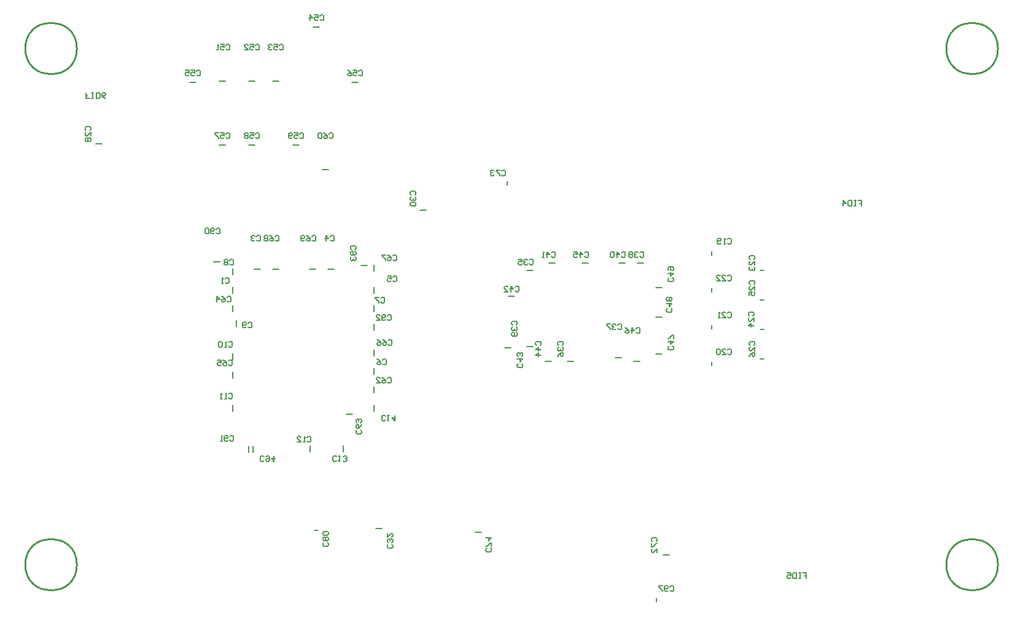
<source format=gbo>
%FSLAX24Y24*%
%MOIN*%
G70*
G01*
G75*
G04 Layer_Color=32896*
%ADD10R,0.0394X0.0433*%
%ADD11R,0.0433X0.0394*%
%ADD12R,0.1024X0.0945*%
%ADD13R,0.0945X0.1024*%
%ADD14C,0.0400*%
%ADD15R,0.0728X0.0118*%
%ADD16R,0.0709X0.0157*%
%ADD17R,0.0827X0.1614*%
%ADD18R,0.0787X0.0551*%
%ADD19O,0.0700X0.0300*%
%ADD20R,0.0700X0.0300*%
%ADD21R,0.0122X0.0709*%
%ADD22R,0.0709X0.0122*%
%ADD23O,0.0122X0.0709*%
%ADD24R,0.0157X0.0709*%
%ADD25R,0.0709X0.0157*%
%ADD26R,0.0118X0.0728*%
%ADD27R,0.0728X0.0118*%
%ADD28R,0.0630X0.0512*%
%ADD29R,0.0630X0.0709*%
%ADD30R,0.0709X0.0630*%
%ADD31R,0.1000X0.1400*%
%ADD32R,0.0300X0.0600*%
%ADD33R,0.1400X0.1000*%
%ADD34R,0.0600X0.0300*%
%ADD35R,0.0276X0.0354*%
%ADD36R,0.0354X0.0276*%
%ADD37R,0.0394X0.1083*%
%ADD38C,0.0200*%
%ADD39C,0.0080*%
%ADD40C,0.0100*%
%ADD41C,0.0160*%
%ADD42C,0.0120*%
%ADD43C,0.1400*%
%ADD44C,0.0750*%
%ADD45C,0.0500*%
%ADD46C,0.1600*%
%ADD47C,0.0600*%
%ADD48C,0.0433*%
%ADD49C,0.0350*%
%ADD50C,0.0250*%
%ADD51C,0.0300*%
%ADD52C,0.0098*%
%ADD53C,0.0079*%
%ADD54C,0.0070*%
%ADD55C,0.0140*%
%ADD56R,0.0200X0.0700*%
%ADD57R,0.0200X0.0200*%
%ADD58R,0.0500X0.0200*%
%ADD59R,0.0200X0.1000*%
%ADD60R,0.0200X0.0500*%
%ADD61R,0.1575X0.0098*%
D40*
X74400Y61500D02*
G03*
X74400Y61500I-1400J0D01*
G01*
Y33500D02*
G03*
X74400Y33500I-1400J0D01*
G01*
X24400Y61500D02*
G03*
X24400Y61500I-1400J0D01*
G01*
Y33500D02*
G03*
X24400Y33500I-1400J0D01*
G01*
D53*
X48843Y49469D02*
X49157D01*
X51043Y44531D02*
X51357D01*
X53643Y44731D02*
X53957D01*
X54843Y49869D02*
X55157D01*
X48843Y45331D02*
X49157D01*
X53843Y49869D02*
X54157D01*
X50043D02*
X50357D01*
X47843Y48069D02*
X48157D01*
X47643Y45269D02*
X47957D01*
X49843Y44531D02*
X50157D01*
X51843Y49869D02*
X52157D01*
X54643Y44531D02*
X54957D01*
X55843Y44931D02*
X56157D01*
X55843Y46931D02*
X56157D01*
X55843Y48531D02*
X56157D01*
X32869Y48243D02*
Y48557D01*
X34043Y49531D02*
X34357D01*
X38043D02*
X38357D01*
X40531Y48243D02*
Y48557D01*
Y43843D02*
Y44157D01*
Y47243D02*
Y47557D01*
X32869Y49243D02*
Y49557D01*
X33069Y46443D02*
Y46757D01*
X32869Y44643D02*
Y44957D01*
X37069Y39643D02*
Y39957D01*
X38869Y39643D02*
Y39957D01*
X40531Y41843D02*
Y42157D01*
Y42843D02*
Y43157D01*
X39043Y41669D02*
X39357D01*
X32869Y47243D02*
Y47557D01*
X32869Y43643D02*
Y43957D01*
X40531Y49443D02*
Y49757D01*
X35043Y49531D02*
X35357D01*
X37043D02*
X37357D01*
X31843Y49931D02*
X32157D01*
X33728Y39607D02*
Y39922D01*
X40531Y46243D02*
Y46557D01*
X39843Y49731D02*
X40157D01*
X33964Y39607D02*
Y39922D01*
X40531Y44843D02*
Y45157D01*
X32869Y41843D02*
Y42157D01*
X43043Y52731D02*
X43357D01*
X40643Y35469D02*
X40957D01*
X32143Y59731D02*
X32457D01*
X33743D02*
X34057D01*
X35043D02*
X35357D01*
X37243Y62669D02*
X37557D01*
X30543Y59669D02*
X30857D01*
X39343D02*
X39657D01*
X32143Y56269D02*
X32457D01*
X33743D02*
X34057D01*
X36143D02*
X36457D01*
X37743Y54931D02*
X38057D01*
X56243Y34048D02*
X56557D01*
X46043Y35269D02*
X46357D01*
X58849Y50302D02*
Y50498D01*
X58849Y44302D02*
Y44498D01*
Y46302D02*
Y46498D01*
X58849Y48302D02*
Y48498D01*
X61502Y49449D02*
X61698D01*
X61502Y47849D02*
X61698D01*
X61502Y46249D02*
X61698D01*
X61502Y44649D02*
X61698D01*
X47751Y54102D02*
Y54298D01*
X37302Y35351D02*
X37498D01*
X55849Y31502D02*
Y31698D01*
X25443Y56348D02*
X25757D01*
D54*
X25105Y58795D02*
X24905D01*
Y58945D01*
X25005D01*
X24905D01*
Y59095D01*
X25205Y58795D02*
X25305D01*
X25255D01*
Y59095D01*
X25205D01*
X25305D01*
X25455Y58795D02*
Y59095D01*
X25605D01*
X25655Y59045D01*
Y58845D01*
X25605Y58795D01*
X25455D01*
X25955D02*
X25855Y58845D01*
X25755Y58945D01*
Y59045D01*
X25805Y59095D01*
X25905D01*
X25955Y59045D01*
Y58995D01*
X25905Y58945D01*
X25755D01*
X63800Y33050D02*
X64000D01*
Y32900D01*
X63900D01*
X64000D01*
Y32750D01*
X63700Y33050D02*
X63600D01*
X63650D01*
Y32750D01*
X63700D01*
X63600D01*
X63450Y33050D02*
Y32750D01*
X63300D01*
X63250Y32800D01*
Y33000D01*
X63300Y33050D01*
X63450D01*
X62950D02*
X63150D01*
Y32900D01*
X63050Y32950D01*
X63000D01*
X62950Y32900D01*
Y32800D01*
X63000Y32750D01*
X63100D01*
X63150Y32800D01*
X66800Y53250D02*
X67000D01*
Y53100D01*
X66900D01*
X67000D01*
Y52950D01*
X66700Y53250D02*
X66600D01*
X66650D01*
Y52950D01*
X66700D01*
X66600D01*
X66450Y53250D02*
Y52950D01*
X66300D01*
X66250Y53000D01*
Y53200D01*
X66300Y53250D01*
X66450D01*
X66000Y52950D02*
Y53250D01*
X66150Y53100D01*
X65950D01*
X32450Y49000D02*
X32500Y49050D01*
X32600D01*
X32650Y49000D01*
Y48800D01*
X32600Y48750D01*
X32500D01*
X32450Y48800D01*
X32350Y48750D02*
X32250D01*
X32300D01*
Y49050D01*
X32350Y49000D01*
X34170Y51310D02*
X34220Y51360D01*
X34320D01*
X34370Y51310D01*
Y51110D01*
X34320Y51060D01*
X34220D01*
X34170Y51110D01*
X34070Y51310D02*
X34020Y51360D01*
X33920D01*
X33870Y51310D01*
Y51260D01*
X33920Y51210D01*
X33970D01*
X33920D01*
X33870Y51160D01*
Y51110D01*
X33920Y51060D01*
X34020D01*
X34070Y51110D01*
X38170Y51310D02*
X38220Y51360D01*
X38320D01*
X38370Y51310D01*
Y51110D01*
X38320Y51060D01*
X38220D01*
X38170Y51110D01*
X37920Y51060D02*
Y51360D01*
X38070Y51210D01*
X37870D01*
X41550Y49100D02*
X41600Y49150D01*
X41700D01*
X41750Y49100D01*
Y48900D01*
X41700Y48850D01*
X41600D01*
X41550Y48900D01*
X41250Y49150D02*
X41450D01*
Y49000D01*
X41350Y49050D01*
X41300D01*
X41250Y49000D01*
Y48900D01*
X41300Y48850D01*
X41400D01*
X41450Y48900D01*
X41000Y44600D02*
X41050Y44650D01*
X41150D01*
X41200Y44600D01*
Y44400D01*
X41150Y44350D01*
X41050D01*
X41000Y44400D01*
X40700Y44650D02*
X40800Y44600D01*
X40900Y44500D01*
Y44400D01*
X40850Y44350D01*
X40750D01*
X40700Y44400D01*
Y44450D01*
X40750Y44500D01*
X40900D01*
X40900Y47950D02*
X40950Y48000D01*
X41050D01*
X41100Y47950D01*
Y47750D01*
X41050Y47700D01*
X40950D01*
X40900Y47750D01*
X40800Y48000D02*
X40600D01*
Y47950D01*
X40800Y47750D01*
Y47700D01*
X32700Y50000D02*
X32750Y50050D01*
X32850D01*
X32900Y50000D01*
Y49800D01*
X32850Y49750D01*
X32750D01*
X32700Y49800D01*
X32600Y50000D02*
X32550Y50050D01*
X32450D01*
X32400Y50000D01*
Y49950D01*
X32450Y49900D01*
X32400Y49850D01*
Y49800D01*
X32450Y49750D01*
X32550D01*
X32600Y49800D01*
Y49850D01*
X32550Y49900D01*
X32600Y49950D01*
Y50000D01*
X32550Y49900D02*
X32450D01*
X33700Y46600D02*
X33750Y46650D01*
X33850D01*
X33900Y46600D01*
Y46400D01*
X33850Y46350D01*
X33750D01*
X33700Y46400D01*
X33600D02*
X33550Y46350D01*
X33450D01*
X33400Y46400D01*
Y46600D01*
X33450Y46650D01*
X33550D01*
X33600Y46600D01*
Y46550D01*
X33550Y46500D01*
X33400D01*
X32640Y45560D02*
X32690Y45610D01*
X32790D01*
X32840Y45560D01*
Y45360D01*
X32790Y45310D01*
X32690D01*
X32640Y45360D01*
X32540Y45310D02*
X32440D01*
X32490D01*
Y45610D01*
X32540Y45560D01*
X32290D02*
X32240Y45610D01*
X32140D01*
X32090Y45560D01*
Y45360D01*
X32140Y45310D01*
X32240D01*
X32290Y45360D01*
Y45560D01*
X32640Y42760D02*
X32690Y42810D01*
X32790D01*
X32840Y42760D01*
Y42560D01*
X32790Y42510D01*
X32690D01*
X32640Y42560D01*
X32540Y42510D02*
X32440D01*
X32490D01*
Y42810D01*
X32540Y42760D01*
X32290Y42510D02*
X32190D01*
X32240D01*
Y42810D01*
X32290Y42760D01*
X36900Y40400D02*
X36950Y40450D01*
X37050D01*
X37100Y40400D01*
Y40200D01*
X37050Y40150D01*
X36950D01*
X36900Y40200D01*
X36800Y40150D02*
X36700D01*
X36750D01*
Y40450D01*
X36800Y40400D01*
X36350Y40150D02*
X36550D01*
X36350Y40350D01*
Y40400D01*
X36400Y40450D01*
X36500D01*
X36550Y40400D01*
X38500Y39150D02*
X38450Y39100D01*
X38350D01*
X38300Y39150D01*
Y39350D01*
X38350Y39400D01*
X38450D01*
X38500Y39350D01*
X38600Y39400D02*
X38700D01*
X38650D01*
Y39100D01*
X38600Y39150D01*
X38850D02*
X38900Y39100D01*
X39000D01*
X39050Y39150D01*
Y39200D01*
X39000Y39250D01*
X38950D01*
X39000D01*
X39050Y39300D01*
Y39350D01*
X39000Y39400D01*
X38900D01*
X38850Y39350D01*
X41150Y41350D02*
X41100Y41300D01*
X41000D01*
X40950Y41350D01*
Y41550D01*
X41000Y41600D01*
X41100D01*
X41150Y41550D01*
X41250Y41600D02*
X41350D01*
X41300D01*
Y41300D01*
X41250Y41350D01*
X41650Y41600D02*
Y41300D01*
X41500Y41450D01*
X41700D01*
X59720Y51160D02*
X59770Y51210D01*
X59870D01*
X59920Y51160D01*
Y50960D01*
X59870Y50910D01*
X59770D01*
X59720Y50960D01*
X59620Y50910D02*
X59520D01*
X59570D01*
Y51210D01*
X59620Y51160D01*
X59370Y50960D02*
X59320Y50910D01*
X59220D01*
X59170Y50960D01*
Y51160D01*
X59220Y51210D01*
X59320D01*
X59370Y51160D01*
Y51110D01*
X59320Y51060D01*
X59170D01*
X59720Y45160D02*
X59770Y45210D01*
X59870D01*
X59920Y45160D01*
Y44960D01*
X59870Y44910D01*
X59770D01*
X59720Y44960D01*
X59420Y44910D02*
X59620D01*
X59420Y45110D01*
Y45160D01*
X59470Y45210D01*
X59570D01*
X59620Y45160D01*
X59320D02*
X59270Y45210D01*
X59170D01*
X59120Y45160D01*
Y44960D01*
X59170Y44910D01*
X59270D01*
X59320Y44960D01*
Y45160D01*
X59720Y47160D02*
X59770Y47210D01*
X59870D01*
X59920Y47160D01*
Y46960D01*
X59870Y46910D01*
X59770D01*
X59720Y46960D01*
X59420Y46910D02*
X59620D01*
X59420Y47110D01*
Y47160D01*
X59470Y47210D01*
X59570D01*
X59620Y47160D01*
X59320Y46910D02*
X59220D01*
X59270D01*
Y47210D01*
X59320Y47160D01*
X59720Y49160D02*
X59770Y49210D01*
X59870D01*
X59920Y49160D01*
Y48960D01*
X59870Y48910D01*
X59770D01*
X59720Y48960D01*
X59420Y48910D02*
X59620D01*
X59420Y49110D01*
Y49160D01*
X59470Y49210D01*
X59570D01*
X59620Y49160D01*
X59120Y48910D02*
X59320D01*
X59120Y49110D01*
Y49160D01*
X59170Y49210D01*
X59270D01*
X59320Y49160D01*
X60950Y50050D02*
X60900Y50100D01*
Y50200D01*
X60950Y50250D01*
X61150D01*
X61200Y50200D01*
Y50100D01*
X61150Y50050D01*
X61200Y49750D02*
Y49950D01*
X61000Y49750D01*
X60950D01*
X60900Y49800D01*
Y49900D01*
X60950Y49950D01*
Y49650D02*
X60900Y49600D01*
Y49500D01*
X60950Y49450D01*
X61000D01*
X61050Y49500D01*
Y49550D01*
Y49500D01*
X61100Y49450D01*
X61150D01*
X61200Y49500D01*
Y49600D01*
X61150Y49650D01*
X60900Y47000D02*
X60850Y47050D01*
Y47150D01*
X60900Y47200D01*
X61100D01*
X61150Y47150D01*
Y47050D01*
X61100Y47000D01*
X61150Y46700D02*
Y46900D01*
X60950Y46700D01*
X60900D01*
X60850Y46750D01*
Y46850D01*
X60900Y46900D01*
X61150Y46450D02*
X60850D01*
X61000Y46600D01*
Y46400D01*
X60950Y48700D02*
X60900Y48750D01*
Y48850D01*
X60950Y48900D01*
X61150D01*
X61200Y48850D01*
Y48750D01*
X61150Y48700D01*
X61200Y48400D02*
Y48600D01*
X61000Y48400D01*
X60950D01*
X60900Y48450D01*
Y48550D01*
X60950Y48600D01*
X60900Y48100D02*
Y48300D01*
X61050D01*
X61000Y48200D01*
Y48150D01*
X61050Y48100D01*
X61150D01*
X61200Y48150D01*
Y48250D01*
X61150Y48300D01*
X60950Y45400D02*
X60900Y45450D01*
Y45550D01*
X60950Y45600D01*
X61150D01*
X61200Y45550D01*
Y45450D01*
X61150Y45400D01*
X61200Y45100D02*
Y45300D01*
X61000Y45100D01*
X60950D01*
X60900Y45150D01*
Y45250D01*
X60950Y45300D01*
X60900Y44800D02*
X60950Y44900D01*
X61050Y45000D01*
X61150D01*
X61200Y44950D01*
Y44850D01*
X61150Y44800D01*
X61100D01*
X61050Y44850D01*
Y45000D01*
X48970Y50030D02*
X49020Y50080D01*
X49120D01*
X49170Y50030D01*
Y49830D01*
X49120Y49780D01*
X49020D01*
X48970Y49830D01*
X48870Y50030D02*
X48820Y50080D01*
X48720D01*
X48670Y50030D01*
Y49980D01*
X48720Y49930D01*
X48770D01*
X48720D01*
X48670Y49880D01*
Y49830D01*
X48720Y49780D01*
X48820D01*
X48870Y49830D01*
X48370Y50080D02*
X48570D01*
Y49930D01*
X48470Y49980D01*
X48420D01*
X48370Y49930D01*
Y49830D01*
X48420Y49780D01*
X48520D01*
X48570Y49830D01*
X50550Y45400D02*
X50500Y45450D01*
Y45550D01*
X50550Y45600D01*
X50750D01*
X50800Y45550D01*
Y45450D01*
X50750Y45400D01*
X50550Y45300D02*
X50500Y45250D01*
Y45150D01*
X50550Y45100D01*
X50600D01*
X50650Y45150D01*
Y45200D01*
Y45150D01*
X50700Y45100D01*
X50750D01*
X50800Y45150D01*
Y45250D01*
X50750Y45300D01*
X50500Y44800D02*
X50550Y44900D01*
X50650Y45000D01*
X50750D01*
X50800Y44950D01*
Y44850D01*
X50750Y44800D01*
X50700D01*
X50650Y44850D01*
Y45000D01*
X53770Y46510D02*
X53820Y46560D01*
X53920D01*
X53970Y46510D01*
Y46310D01*
X53920Y46260D01*
X53820D01*
X53770Y46310D01*
X53670Y46510D02*
X53620Y46560D01*
X53520D01*
X53470Y46510D01*
Y46460D01*
X53520Y46410D01*
X53570D01*
X53520D01*
X53470Y46360D01*
Y46310D01*
X53520Y46260D01*
X53620D01*
X53670Y46310D01*
X53370Y46560D02*
X53170D01*
Y46510D01*
X53370Y46310D01*
Y46260D01*
X54970Y50430D02*
X55020Y50480D01*
X55120D01*
X55170Y50430D01*
Y50230D01*
X55120Y50180D01*
X55020D01*
X54970Y50230D01*
X54870Y50430D02*
X54820Y50480D01*
X54720D01*
X54670Y50430D01*
Y50380D01*
X54720Y50330D01*
X54770D01*
X54720D01*
X54670Y50280D01*
Y50230D01*
X54720Y50180D01*
X54820D01*
X54870Y50230D01*
X54570Y50430D02*
X54520Y50480D01*
X54420D01*
X54370Y50430D01*
Y50380D01*
X54420Y50330D01*
X54370Y50280D01*
Y50230D01*
X54420Y50180D01*
X54520D01*
X54570Y50230D01*
Y50280D01*
X54520Y50330D01*
X54570Y50380D01*
Y50430D01*
X54520Y50330D02*
X54420D01*
X48050Y46500D02*
X48000Y46550D01*
Y46650D01*
X48050Y46700D01*
X48250D01*
X48300Y46650D01*
Y46550D01*
X48250Y46500D01*
X48050Y46400D02*
X48000Y46350D01*
Y46250D01*
X48050Y46200D01*
X48100D01*
X48150Y46250D01*
Y46300D01*
Y46250D01*
X48200Y46200D01*
X48250D01*
X48300Y46250D01*
Y46350D01*
X48250Y46400D01*
Y46100D02*
X48300Y46050D01*
Y45950D01*
X48250Y45900D01*
X48050D01*
X48000Y45950D01*
Y46050D01*
X48050Y46100D01*
X48100D01*
X48150Y46050D01*
Y45900D01*
X53970Y50430D02*
X54020Y50480D01*
X54120D01*
X54170Y50430D01*
Y50230D01*
X54120Y50180D01*
X54020D01*
X53970Y50230D01*
X53720Y50180D02*
Y50480D01*
X53870Y50330D01*
X53670D01*
X53570Y50430D02*
X53520Y50480D01*
X53420D01*
X53370Y50430D01*
Y50230D01*
X53420Y50180D01*
X53520D01*
X53570Y50230D01*
Y50430D01*
X50170D02*
X50220Y50480D01*
X50320D01*
X50370Y50430D01*
Y50230D01*
X50320Y50180D01*
X50220D01*
X50170Y50230D01*
X49920Y50180D02*
Y50480D01*
X50070Y50330D01*
X49870D01*
X49770Y50180D02*
X49670D01*
X49720D01*
Y50480D01*
X49770Y50430D01*
X48200Y48550D02*
X48250Y48600D01*
X48350D01*
X48400Y48550D01*
Y48350D01*
X48350Y48300D01*
X48250D01*
X48200Y48350D01*
X47950Y48300D02*
Y48600D01*
X48100Y48450D01*
X47900D01*
X47600Y48300D02*
X47800D01*
X47600Y48500D01*
Y48550D01*
X47650Y48600D01*
X47750D01*
X47800Y48550D01*
X48557Y44410D02*
X48607Y44360D01*
Y44260D01*
X48557Y44210D01*
X48357D01*
X48307Y44260D01*
Y44360D01*
X48357Y44410D01*
X48307Y44660D02*
X48607D01*
X48457Y44510D01*
Y44710D01*
X48557Y44810D02*
X48607Y44859D01*
Y44959D01*
X48557Y45009D01*
X48507D01*
X48457Y44959D01*
Y44909D01*
Y44959D01*
X48407Y45009D01*
X48357D01*
X48307Y44959D01*
Y44859D01*
X48357Y44810D01*
X49350Y45400D02*
X49300Y45450D01*
Y45550D01*
X49350Y45600D01*
X49550D01*
X49600Y45550D01*
Y45450D01*
X49550Y45400D01*
X49600Y45150D02*
X49300D01*
X49450Y45300D01*
Y45100D01*
X49600Y44850D02*
X49300D01*
X49450Y45000D01*
Y44800D01*
X51970Y50430D02*
X52020Y50480D01*
X52120D01*
X52170Y50430D01*
Y50230D01*
X52120Y50180D01*
X52020D01*
X51970Y50230D01*
X51720Y50180D02*
Y50480D01*
X51870Y50330D01*
X51670D01*
X51370Y50480D02*
X51570D01*
Y50330D01*
X51470Y50380D01*
X51420D01*
X51370Y50330D01*
Y50230D01*
X51420Y50180D01*
X51520D01*
X51570Y50230D01*
X54770Y46310D02*
X54820Y46360D01*
X54920D01*
X54970Y46310D01*
Y46110D01*
X54920Y46060D01*
X54820D01*
X54770Y46110D01*
X54520Y46060D02*
Y46360D01*
X54670Y46210D01*
X54470D01*
X54170Y46360D02*
X54270Y46310D01*
X54370Y46210D01*
Y46110D01*
X54320Y46060D01*
X54220D01*
X54170Y46110D01*
Y46160D01*
X54220Y46210D01*
X54370D01*
X56730Y45350D02*
X56780Y45300D01*
Y45200D01*
X56730Y45150D01*
X56530D01*
X56480Y45200D01*
Y45300D01*
X56530Y45350D01*
X56480Y45600D02*
X56780D01*
X56630Y45450D01*
Y45650D01*
X56780Y45750D02*
Y45950D01*
X56730D01*
X56530Y45750D01*
X56480D01*
X56650Y47400D02*
X56700Y47350D01*
Y47250D01*
X56650Y47200D01*
X56450D01*
X56400Y47250D01*
Y47350D01*
X56450Y47400D01*
X56400Y47650D02*
X56700D01*
X56550Y47500D01*
Y47700D01*
X56650Y47800D02*
X56700Y47850D01*
Y47950D01*
X56650Y48000D01*
X56600D01*
X56550Y47950D01*
X56500Y48000D01*
X56450D01*
X56400Y47950D01*
Y47850D01*
X56450Y47800D01*
X56500D01*
X56550Y47850D01*
X56600Y47800D01*
X56650D01*
X56550Y47850D02*
Y47950D01*
X56730Y49050D02*
X56780Y49000D01*
Y48900D01*
X56730Y48850D01*
X56530D01*
X56480Y48900D01*
Y49000D01*
X56530Y49050D01*
X56480Y49300D02*
X56780D01*
X56630Y49150D01*
Y49350D01*
X56530Y49450D02*
X56480Y49500D01*
Y49600D01*
X56530Y49650D01*
X56730D01*
X56780Y49600D01*
Y49500D01*
X56730Y49450D01*
X56680D01*
X56630Y49500D01*
Y49650D01*
X32500Y61670D02*
X32550Y61720D01*
X32650D01*
X32700Y61670D01*
Y61470D01*
X32650Y61420D01*
X32550D01*
X32500Y61470D01*
X32200Y61720D02*
X32400D01*
Y61570D01*
X32300Y61620D01*
X32250D01*
X32200Y61570D01*
Y61470D01*
X32250Y61420D01*
X32350D01*
X32400Y61470D01*
X32100Y61420D02*
X32000D01*
X32050D01*
Y61720D01*
X32100Y61670D01*
X34100D02*
X34150Y61720D01*
X34250D01*
X34300Y61670D01*
Y61470D01*
X34250Y61420D01*
X34150D01*
X34100Y61470D01*
X33800Y61720D02*
X34000D01*
Y61570D01*
X33900Y61620D01*
X33850D01*
X33800Y61570D01*
Y61470D01*
X33850Y61420D01*
X33950D01*
X34000Y61470D01*
X33500Y61420D02*
X33700D01*
X33500Y61620D01*
Y61670D01*
X33550Y61720D01*
X33650D01*
X33700Y61670D01*
X35400D02*
X35450Y61720D01*
X35550D01*
X35600Y61670D01*
Y61470D01*
X35550Y61420D01*
X35450D01*
X35400Y61470D01*
X35100Y61720D02*
X35300D01*
Y61570D01*
X35200Y61620D01*
X35150D01*
X35100Y61570D01*
Y61470D01*
X35150Y61420D01*
X35250D01*
X35300Y61470D01*
X35000Y61670D02*
X34950Y61720D01*
X34850D01*
X34800Y61670D01*
Y61620D01*
X34850Y61570D01*
X34900D01*
X34850D01*
X34800Y61520D01*
Y61470D01*
X34850Y61420D01*
X34950D01*
X35000Y61470D01*
X37600Y63270D02*
X37650Y63320D01*
X37750D01*
X37800Y63270D01*
Y63070D01*
X37750Y63020D01*
X37650D01*
X37600Y63070D01*
X37300Y63320D02*
X37500D01*
Y63170D01*
X37400Y63220D01*
X37350D01*
X37300Y63170D01*
Y63070D01*
X37350Y63020D01*
X37450D01*
X37500Y63070D01*
X37050Y63020D02*
Y63320D01*
X37200Y63170D01*
X37000D01*
X30900Y60270D02*
X30950Y60320D01*
X31050D01*
X31100Y60270D01*
Y60070D01*
X31050Y60020D01*
X30950D01*
X30900Y60070D01*
X30600Y60320D02*
X30800D01*
Y60170D01*
X30700Y60220D01*
X30650D01*
X30600Y60170D01*
Y60070D01*
X30650Y60020D01*
X30750D01*
X30800Y60070D01*
X30300Y60320D02*
X30500D01*
Y60170D01*
X30400Y60220D01*
X30350D01*
X30300Y60170D01*
Y60070D01*
X30350Y60020D01*
X30450D01*
X30500Y60070D01*
X39700Y60270D02*
X39750Y60320D01*
X39850D01*
X39900Y60270D01*
Y60070D01*
X39850Y60020D01*
X39750D01*
X39700Y60070D01*
X39400Y60320D02*
X39600D01*
Y60170D01*
X39500Y60220D01*
X39450D01*
X39400Y60170D01*
Y60070D01*
X39450Y60020D01*
X39550D01*
X39600Y60070D01*
X39100Y60320D02*
X39200Y60270D01*
X39300Y60170D01*
Y60070D01*
X39250Y60020D01*
X39150D01*
X39100Y60070D01*
Y60120D01*
X39150Y60170D01*
X39300D01*
X32500Y56870D02*
X32550Y56920D01*
X32650D01*
X32700Y56870D01*
Y56670D01*
X32650Y56620D01*
X32550D01*
X32500Y56670D01*
X32200Y56920D02*
X32400D01*
Y56770D01*
X32300Y56820D01*
X32250D01*
X32200Y56770D01*
Y56670D01*
X32250Y56620D01*
X32350D01*
X32400Y56670D01*
X32100Y56920D02*
X31900D01*
Y56870D01*
X32100Y56670D01*
Y56620D01*
X34100Y56870D02*
X34150Y56920D01*
X34250D01*
X34300Y56870D01*
Y56670D01*
X34250Y56620D01*
X34150D01*
X34100Y56670D01*
X33800Y56920D02*
X34000D01*
Y56770D01*
X33900Y56820D01*
X33850D01*
X33800Y56770D01*
Y56670D01*
X33850Y56620D01*
X33950D01*
X34000Y56670D01*
X33700Y56870D02*
X33650Y56920D01*
X33550D01*
X33500Y56870D01*
Y56820D01*
X33550Y56770D01*
X33500Y56720D01*
Y56670D01*
X33550Y56620D01*
X33650D01*
X33700Y56670D01*
Y56720D01*
X33650Y56770D01*
X33700Y56820D01*
Y56870D01*
X33650Y56770D02*
X33550D01*
X36500Y56870D02*
X36550Y56920D01*
X36650D01*
X36700Y56870D01*
Y56670D01*
X36650Y56620D01*
X36550D01*
X36500Y56670D01*
X36200Y56920D02*
X36400D01*
Y56770D01*
X36300Y56820D01*
X36250D01*
X36200Y56770D01*
Y56670D01*
X36250Y56620D01*
X36350D01*
X36400Y56670D01*
X36100D02*
X36050Y56620D01*
X35950D01*
X35900Y56670D01*
Y56870D01*
X35950Y56920D01*
X36050D01*
X36100Y56870D01*
Y56820D01*
X36050Y56770D01*
X35900D01*
X38100Y56870D02*
X38150Y56920D01*
X38250D01*
X38300Y56870D01*
Y56670D01*
X38250Y56620D01*
X38150D01*
X38100Y56670D01*
X37800Y56920D02*
X37900Y56870D01*
X38000Y56770D01*
Y56670D01*
X37950Y56620D01*
X37850D01*
X37800Y56670D01*
Y56720D01*
X37850Y56770D01*
X38000D01*
X37700Y56870D02*
X37650Y56920D01*
X37550D01*
X37500Y56870D01*
Y56670D01*
X37550Y56620D01*
X37650D01*
X37700Y56670D01*
Y56870D01*
X41250Y43600D02*
X41300Y43650D01*
X41400D01*
X41450Y43600D01*
Y43400D01*
X41400Y43350D01*
X41300D01*
X41250Y43400D01*
X40950Y43650D02*
X41050Y43600D01*
X41150Y43500D01*
Y43400D01*
X41100Y43350D01*
X41000D01*
X40950Y43400D01*
Y43450D01*
X41000Y43500D01*
X41150D01*
X40650Y43350D02*
X40850D01*
X40650Y43550D01*
Y43600D01*
X40700Y43650D01*
X40800D01*
X40850Y43600D01*
X39800Y40800D02*
X39850Y40750D01*
Y40650D01*
X39800Y40600D01*
X39600D01*
X39550Y40650D01*
Y40750D01*
X39600Y40800D01*
X39850Y41100D02*
X39800Y41000D01*
X39700Y40900D01*
X39600D01*
X39550Y40950D01*
Y41050D01*
X39600Y41100D01*
X39650D01*
X39700Y41050D01*
Y40900D01*
X39800Y41200D02*
X39850Y41250D01*
Y41350D01*
X39800Y41400D01*
X39750D01*
X39700Y41350D01*
Y41300D01*
Y41350D01*
X39650Y41400D01*
X39600D01*
X39550Y41350D01*
Y41250D01*
X39600Y41200D01*
X32550Y48000D02*
X32600Y48050D01*
X32700D01*
X32750Y48000D01*
Y47800D01*
X32700Y47750D01*
X32600D01*
X32550Y47800D01*
X32250Y48050D02*
X32350Y48000D01*
X32450Y47900D01*
Y47800D01*
X32400Y47750D01*
X32300D01*
X32250Y47800D01*
Y47850D01*
X32300Y47900D01*
X32450D01*
X32000Y47750D02*
Y48050D01*
X32150Y47900D01*
X31950D01*
X32640Y44560D02*
X32690Y44610D01*
X32790D01*
X32840Y44560D01*
Y44360D01*
X32790Y44310D01*
X32690D01*
X32640Y44360D01*
X32340Y44610D02*
X32440Y44560D01*
X32540Y44460D01*
Y44360D01*
X32490Y44310D01*
X32390D01*
X32340Y44360D01*
Y44410D01*
X32390Y44460D01*
X32540D01*
X32040Y44610D02*
X32240D01*
Y44460D01*
X32140Y44510D01*
X32090D01*
X32040Y44460D01*
Y44360D01*
X32090Y44310D01*
X32190D01*
X32240Y44360D01*
X41300Y45650D02*
X41350Y45700D01*
X41450D01*
X41500Y45650D01*
Y45450D01*
X41450Y45400D01*
X41350D01*
X41300Y45450D01*
X41000Y45700D02*
X41100Y45650D01*
X41200Y45550D01*
Y45450D01*
X41150Y45400D01*
X41050D01*
X41000Y45450D01*
Y45500D01*
X41050Y45550D01*
X41200D01*
X40700Y45700D02*
X40800Y45650D01*
X40900Y45550D01*
Y45450D01*
X40850Y45400D01*
X40750D01*
X40700Y45450D01*
Y45500D01*
X40750Y45550D01*
X40900D01*
X41550Y50250D02*
X41600Y50300D01*
X41700D01*
X41750Y50250D01*
Y50050D01*
X41700Y50000D01*
X41600D01*
X41550Y50050D01*
X41250Y50300D02*
X41350Y50250D01*
X41450Y50150D01*
Y50050D01*
X41400Y50000D01*
X41300D01*
X41250Y50050D01*
Y50100D01*
X41300Y50150D01*
X41450D01*
X41150Y50300D02*
X40950D01*
Y50250D01*
X41150Y50050D01*
Y50000D01*
X35170Y51310D02*
X35220Y51360D01*
X35320D01*
X35370Y51310D01*
Y51110D01*
X35320Y51060D01*
X35220D01*
X35170Y51110D01*
X34870Y51360D02*
X34970Y51310D01*
X35070Y51210D01*
Y51110D01*
X35020Y51060D01*
X34920D01*
X34870Y51110D01*
Y51160D01*
X34920Y51210D01*
X35070D01*
X34770Y51310D02*
X34720Y51360D01*
X34620D01*
X34570Y51310D01*
Y51260D01*
X34620Y51210D01*
X34570Y51160D01*
Y51110D01*
X34620Y51060D01*
X34720D01*
X34770Y51110D01*
Y51160D01*
X34720Y51210D01*
X34770Y51260D01*
Y51310D01*
X34720Y51210D02*
X34620D01*
X37170Y51310D02*
X37220Y51360D01*
X37320D01*
X37370Y51310D01*
Y51110D01*
X37320Y51060D01*
X37220D01*
X37170Y51110D01*
X36870Y51360D02*
X36970Y51310D01*
X37070Y51210D01*
Y51110D01*
X37020Y51060D01*
X36920D01*
X36870Y51110D01*
Y51160D01*
X36920Y51210D01*
X37070D01*
X36770Y51110D02*
X36720Y51060D01*
X36620D01*
X36570Y51110D01*
Y51310D01*
X36620Y51360D01*
X36720D01*
X36770Y51310D01*
Y51260D01*
X36720Y51210D01*
X36570D01*
X31970Y51710D02*
X32020Y51760D01*
X32120D01*
X32170Y51710D01*
Y51510D01*
X32120Y51460D01*
X32020D01*
X31970Y51510D01*
X31870D02*
X31820Y51460D01*
X31720D01*
X31670Y51510D01*
Y51710D01*
X31720Y51760D01*
X31820D01*
X31870Y51710D01*
Y51660D01*
X31820Y51610D01*
X31670D01*
X31570Y51710D02*
X31520Y51760D01*
X31420D01*
X31370Y51710D01*
Y51510D01*
X31420Y51460D01*
X31520D01*
X31570Y51510D01*
Y51710D01*
X32700Y40450D02*
X32750Y40500D01*
X32850D01*
X32900Y40450D01*
Y40250D01*
X32850Y40200D01*
X32750D01*
X32700Y40250D01*
X32600D02*
X32550Y40200D01*
X32450D01*
X32400Y40250D01*
Y40450D01*
X32450Y40500D01*
X32550D01*
X32600Y40450D01*
Y40400D01*
X32550Y40350D01*
X32400D01*
X32300Y40200D02*
X32200D01*
X32250D01*
Y40500D01*
X32300Y40450D01*
X39300Y50600D02*
X39250Y50650D01*
Y50750D01*
X39300Y50800D01*
X39500D01*
X39550Y50750D01*
Y50650D01*
X39500Y50600D01*
Y50500D02*
X39550Y50450D01*
Y50350D01*
X39500Y50300D01*
X39300D01*
X39250Y50350D01*
Y50450D01*
X39300Y50500D01*
X39350D01*
X39400Y50450D01*
Y50300D01*
X39300Y50200D02*
X39250Y50150D01*
Y50050D01*
X39300Y50000D01*
X39350D01*
X39400Y50050D01*
Y50100D01*
Y50050D01*
X39450Y50000D01*
X39500D01*
X39550Y50050D01*
Y50150D01*
X39500Y50200D01*
X41250Y47000D02*
X41300Y47050D01*
X41400D01*
X41450Y47000D01*
Y46800D01*
X41400Y46750D01*
X41300D01*
X41250Y46800D01*
X41150D02*
X41100Y46750D01*
X41000D01*
X40950Y46800D01*
Y47000D01*
X41000Y47050D01*
X41100D01*
X41150Y47000D01*
Y46950D01*
X41100Y46900D01*
X40950D01*
X40650Y46750D02*
X40850D01*
X40650Y46950D01*
Y47000D01*
X40700Y47050D01*
X40800D01*
X40850Y47000D01*
X34550Y39150D02*
X34500Y39100D01*
X34400D01*
X34350Y39150D01*
Y39350D01*
X34400Y39400D01*
X34500D01*
X34550Y39350D01*
X34650D02*
X34700Y39400D01*
X34800D01*
X34850Y39350D01*
Y39150D01*
X34800Y39100D01*
X34700D01*
X34650Y39150D01*
Y39200D01*
X34700Y39250D01*
X34850D01*
X35100Y39400D02*
Y39100D01*
X34950Y39250D01*
X35150D01*
X42550Y53550D02*
X42500Y53600D01*
Y53700D01*
X42550Y53750D01*
X42750D01*
X42800Y53700D01*
Y53600D01*
X42750Y53550D01*
X42550Y53450D02*
X42500Y53400D01*
Y53300D01*
X42550Y53250D01*
X42600D01*
X42650Y53300D01*
Y53350D01*
Y53300D01*
X42700Y53250D01*
X42750D01*
X42800Y53300D01*
Y53400D01*
X42750Y53450D01*
X42550Y53150D02*
X42500Y53100D01*
Y53000D01*
X42550Y52950D01*
X42750D01*
X42800Y53000D01*
Y53100D01*
X42750Y53150D01*
X42550D01*
X41500Y34600D02*
X41550Y34550D01*
Y34450D01*
X41500Y34400D01*
X41300D01*
X41250Y34450D01*
Y34550D01*
X41300Y34600D01*
X41500Y34700D02*
X41550Y34750D01*
Y34850D01*
X41500Y34900D01*
X41450D01*
X41400Y34850D01*
Y34800D01*
Y34850D01*
X41350Y34900D01*
X41300D01*
X41250Y34850D01*
Y34750D01*
X41300Y34700D01*
X41250Y35200D02*
Y35000D01*
X41450Y35200D01*
X41500D01*
X41550Y35150D01*
Y35050D01*
X41500Y35000D01*
X55650Y34760D02*
X55600Y34810D01*
Y34910D01*
X55650Y34960D01*
X55850D01*
X55900Y34910D01*
Y34810D01*
X55850Y34760D01*
X55600Y34660D02*
Y34460D01*
X55650D01*
X55850Y34660D01*
X55900D01*
Y34160D02*
Y34360D01*
X55700Y34160D01*
X55650D01*
X55600Y34210D01*
Y34310D01*
X55650Y34360D01*
X46850Y34400D02*
X46900Y34350D01*
Y34250D01*
X46850Y34200D01*
X46650D01*
X46600Y34250D01*
Y34350D01*
X46650Y34400D01*
X46900Y34500D02*
Y34700D01*
X46850D01*
X46650Y34500D01*
X46600D01*
Y34950D02*
X46900D01*
X46750Y34800D01*
Y35000D01*
X56600Y32300D02*
X56650Y32350D01*
X56750D01*
X56800Y32300D01*
Y32100D01*
X56750Y32050D01*
X56650D01*
X56600Y32100D01*
X56500D02*
X56450Y32050D01*
X56350D01*
X56300Y32100D01*
Y32300D01*
X56350Y32350D01*
X56450D01*
X56500Y32300D01*
Y32250D01*
X56450Y32200D01*
X56300D01*
X56200Y32350D02*
X56000D01*
Y32300D01*
X56200Y32100D01*
Y32050D01*
X47450Y54850D02*
X47500Y54900D01*
X47600D01*
X47650Y54850D01*
Y54650D01*
X47600Y54600D01*
X47500D01*
X47450Y54650D01*
X47350Y54900D02*
X47150D01*
Y54850D01*
X47350Y54650D01*
Y54600D01*
X47050Y54850D02*
X47000Y54900D01*
X46900D01*
X46850Y54850D01*
Y54800D01*
X46900Y54750D01*
X46950D01*
X46900D01*
X46850Y54700D01*
Y54650D01*
X46900Y54600D01*
X47000D01*
X47050Y54650D01*
X38000Y34700D02*
X38050Y34650D01*
Y34550D01*
X38000Y34500D01*
X37800D01*
X37750Y34550D01*
Y34650D01*
X37800Y34700D01*
X38000Y34800D02*
X38050Y34850D01*
Y34950D01*
X38000Y35000D01*
X37950D01*
X37900Y34950D01*
X37850Y35000D01*
X37800D01*
X37750Y34950D01*
Y34850D01*
X37800Y34800D01*
X37850D01*
X37900Y34850D01*
X37950Y34800D01*
X38000D01*
X37900Y34850D02*
Y34950D01*
X38000Y35100D02*
X38050Y35150D01*
Y35250D01*
X38000Y35300D01*
X37800D01*
X37750Y35250D01*
Y35150D01*
X37800Y35100D01*
X38000D01*
X24900Y57050D02*
X24850Y57100D01*
Y57200D01*
X24900Y57250D01*
X25100D01*
X25150Y57200D01*
Y57100D01*
X25100Y57050D01*
X25150Y56750D02*
Y56950D01*
X24950Y56750D01*
X24900D01*
X24850Y56800D01*
Y56900D01*
X24900Y56950D01*
Y56650D02*
X24850Y56600D01*
Y56500D01*
X24900Y56450D01*
X24950D01*
X25000Y56500D01*
X25050Y56450D01*
X25100D01*
X25150Y56500D01*
Y56600D01*
X25100Y56650D01*
X25050D01*
X25000Y56600D01*
X24950Y56650D01*
X24900D01*
X25000Y56600D02*
Y56500D01*
M02*

</source>
